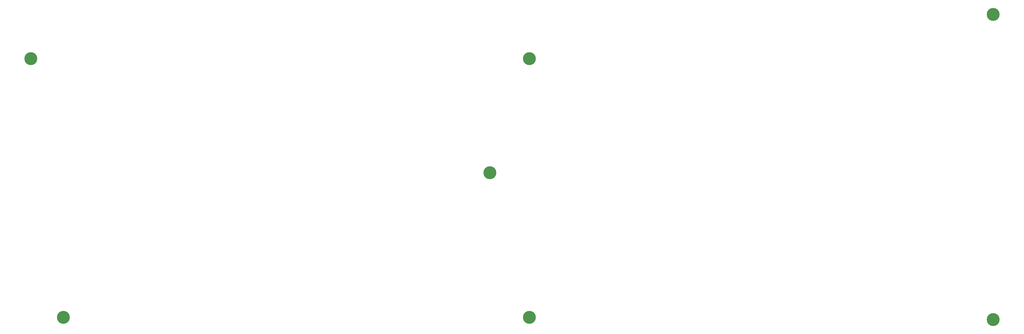
<source format=gbr>
G04 #@! TF.GenerationSoftware,KiCad,Pcbnew,(5.1.4)-1*
G04 #@! TF.CreationDate,2020-12-10T19:49:46+01:00*
G04 #@! TF.ProjectId,CZTKeyRev0Plate,435a544b-6579-4526-9576-30506c617465,rev?*
G04 #@! TF.SameCoordinates,Original*
G04 #@! TF.FileFunction,Copper,L2,Bot*
G04 #@! TF.FilePolarity,Positive*
%FSLAX46Y46*%
G04 Gerber Fmt 4.6, Leading zero omitted, Abs format (unit mm)*
G04 Created by KiCad (PCBNEW (5.1.4)-1) date 2020-12-10 19:49:46*
%MOMM*%
%LPD*%
G04 APERTURE LIST*
%ADD10C,4.400000*%
G04 APERTURE END LIST*
D10*
X158750000Y-131762000D03*
X330200000Y-181769000D03*
X172244000Y-180975000D03*
X172244000Y-92868800D03*
X13493800Y-180975000D03*
X2381300Y-92868800D03*
X330200000Y-77787500D03*
M02*

</source>
